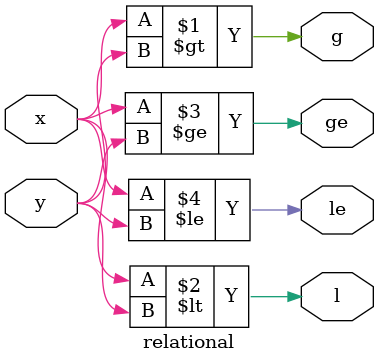
<source format=v>
module relational(g,l,ge,le,x,y);
output g,l,ge,le;
input x,y;
assign g=x>y;
assign l=x<y;
assign ge=x>=y;
assign le=x<=y;
endmodule


</source>
